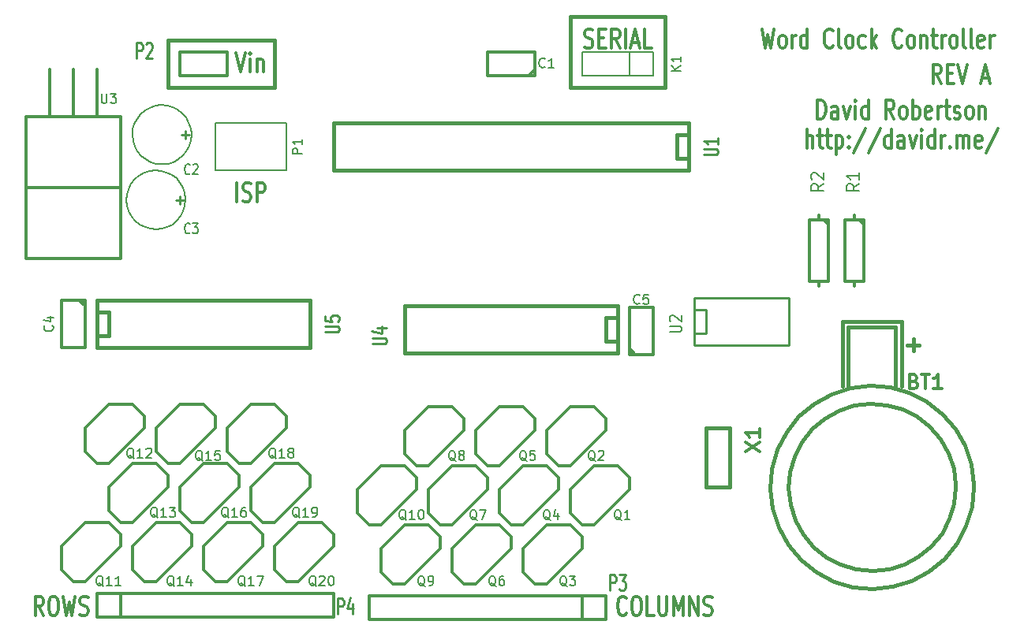
<source format=gto>
G04 (created by PCBNEW-RS274X (2011-05-25)-stable) date Tue 19 Jun 2012 07:01:23 BST*
G01*
G70*
G90*
%MOIN*%
G04 Gerber Fmt 3.4, Leading zero omitted, Abs format*
%FSLAX34Y34*%
G04 APERTURE LIST*
%ADD10C,0.006000*%
%ADD11C,0.012000*%
%ADD12C,0.015000*%
%ADD13C,0.008000*%
%ADD14C,0.010000*%
%ADD15C,0.005000*%
%ADD16C,0.010700*%
%ADD17C,0.011300*%
G04 APERTURE END LIST*
G54D10*
G54D11*
X46672Y-10324D02*
X46472Y-09943D01*
X46329Y-10324D02*
X46329Y-09524D01*
X46557Y-09524D01*
X46615Y-09562D01*
X46643Y-09600D01*
X46672Y-09676D01*
X46672Y-09790D01*
X46643Y-09867D01*
X46615Y-09905D01*
X46557Y-09943D01*
X46329Y-09943D01*
X46929Y-09905D02*
X47129Y-09905D01*
X47215Y-10324D02*
X46929Y-10324D01*
X46929Y-09524D01*
X47215Y-09524D01*
X47386Y-09524D02*
X47586Y-10324D01*
X47786Y-09524D01*
X48414Y-10095D02*
X48700Y-10095D01*
X48357Y-10324D02*
X48557Y-09524D01*
X48757Y-10324D01*
X41457Y-11824D02*
X41457Y-11024D01*
X41600Y-11024D01*
X41685Y-11062D01*
X41743Y-11138D01*
X41771Y-11214D01*
X41800Y-11367D01*
X41800Y-11481D01*
X41771Y-11633D01*
X41743Y-11710D01*
X41685Y-11786D01*
X41600Y-11824D01*
X41457Y-11824D01*
X42314Y-11824D02*
X42314Y-11405D01*
X42285Y-11329D01*
X42228Y-11290D01*
X42114Y-11290D01*
X42057Y-11329D01*
X42314Y-11786D02*
X42257Y-11824D01*
X42114Y-11824D01*
X42057Y-11786D01*
X42028Y-11710D01*
X42028Y-11633D01*
X42057Y-11557D01*
X42114Y-11519D01*
X42257Y-11519D01*
X42314Y-11481D01*
X42543Y-11290D02*
X42686Y-11824D01*
X42828Y-11290D01*
X43057Y-11824D02*
X43057Y-11290D01*
X43057Y-11024D02*
X43028Y-11062D01*
X43057Y-11100D01*
X43085Y-11062D01*
X43057Y-11024D01*
X43057Y-11100D01*
X43600Y-11824D02*
X43600Y-11024D01*
X43600Y-11786D02*
X43543Y-11824D01*
X43429Y-11824D01*
X43371Y-11786D01*
X43343Y-11748D01*
X43314Y-11671D01*
X43314Y-11443D01*
X43343Y-11367D01*
X43371Y-11329D01*
X43429Y-11290D01*
X43543Y-11290D01*
X43600Y-11329D01*
X44686Y-11824D02*
X44486Y-11443D01*
X44343Y-11824D02*
X44343Y-11024D01*
X44571Y-11024D01*
X44629Y-11062D01*
X44657Y-11100D01*
X44686Y-11176D01*
X44686Y-11290D01*
X44657Y-11367D01*
X44629Y-11405D01*
X44571Y-11443D01*
X44343Y-11443D01*
X45029Y-11824D02*
X44971Y-11786D01*
X44943Y-11748D01*
X44914Y-11671D01*
X44914Y-11443D01*
X44943Y-11367D01*
X44971Y-11329D01*
X45029Y-11290D01*
X45114Y-11290D01*
X45171Y-11329D01*
X45200Y-11367D01*
X45229Y-11443D01*
X45229Y-11671D01*
X45200Y-11748D01*
X45171Y-11786D01*
X45114Y-11824D01*
X45029Y-11824D01*
X45486Y-11824D02*
X45486Y-11024D01*
X45486Y-11329D02*
X45543Y-11290D01*
X45657Y-11290D01*
X45714Y-11329D01*
X45743Y-11367D01*
X45772Y-11443D01*
X45772Y-11671D01*
X45743Y-11748D01*
X45714Y-11786D01*
X45657Y-11824D01*
X45543Y-11824D01*
X45486Y-11786D01*
X46257Y-11786D02*
X46200Y-11824D01*
X46086Y-11824D01*
X46029Y-11786D01*
X46000Y-11710D01*
X46000Y-11405D01*
X46029Y-11329D01*
X46086Y-11290D01*
X46200Y-11290D01*
X46257Y-11329D01*
X46286Y-11405D01*
X46286Y-11481D01*
X46000Y-11557D01*
X46543Y-11824D02*
X46543Y-11290D01*
X46543Y-11443D02*
X46571Y-11367D01*
X46600Y-11329D01*
X46657Y-11290D01*
X46714Y-11290D01*
X46828Y-11290D02*
X47057Y-11290D01*
X46914Y-11024D02*
X46914Y-11710D01*
X46942Y-11786D01*
X47000Y-11824D01*
X47057Y-11824D01*
X47228Y-11786D02*
X47285Y-11824D01*
X47400Y-11824D01*
X47457Y-11786D01*
X47485Y-11710D01*
X47485Y-11671D01*
X47457Y-11595D01*
X47400Y-11557D01*
X47314Y-11557D01*
X47257Y-11519D01*
X47228Y-11443D01*
X47228Y-11405D01*
X47257Y-11329D01*
X47314Y-11290D01*
X47400Y-11290D01*
X47457Y-11329D01*
X47829Y-11824D02*
X47771Y-11786D01*
X47743Y-11748D01*
X47714Y-11671D01*
X47714Y-11443D01*
X47743Y-11367D01*
X47771Y-11329D01*
X47829Y-11290D01*
X47914Y-11290D01*
X47971Y-11329D01*
X48000Y-11367D01*
X48029Y-11443D01*
X48029Y-11671D01*
X48000Y-11748D01*
X47971Y-11786D01*
X47914Y-11824D01*
X47829Y-11824D01*
X48286Y-11290D02*
X48286Y-11824D01*
X48286Y-11367D02*
X48314Y-11329D01*
X48372Y-11290D01*
X48457Y-11290D01*
X48514Y-11329D01*
X48543Y-11405D01*
X48543Y-11824D01*
X40999Y-13064D02*
X40999Y-12264D01*
X41256Y-13064D02*
X41256Y-12645D01*
X41227Y-12569D01*
X41170Y-12530D01*
X41085Y-12530D01*
X41027Y-12569D01*
X40999Y-12607D01*
X41456Y-12530D02*
X41685Y-12530D01*
X41542Y-12264D02*
X41542Y-12950D01*
X41570Y-13026D01*
X41628Y-13064D01*
X41685Y-13064D01*
X41799Y-12530D02*
X42028Y-12530D01*
X41885Y-12264D02*
X41885Y-12950D01*
X41913Y-13026D01*
X41971Y-13064D01*
X42028Y-13064D01*
X42228Y-12530D02*
X42228Y-13330D01*
X42228Y-12569D02*
X42285Y-12530D01*
X42399Y-12530D01*
X42456Y-12569D01*
X42485Y-12607D01*
X42514Y-12683D01*
X42514Y-12911D01*
X42485Y-12988D01*
X42456Y-13026D01*
X42399Y-13064D01*
X42285Y-13064D01*
X42228Y-13026D01*
X42771Y-12988D02*
X42799Y-13026D01*
X42771Y-13064D01*
X42742Y-13026D01*
X42771Y-12988D01*
X42771Y-13064D01*
X42771Y-12569D02*
X42799Y-12607D01*
X42771Y-12645D01*
X42742Y-12607D01*
X42771Y-12569D01*
X42771Y-12645D01*
X43485Y-12226D02*
X42971Y-13254D01*
X44114Y-12226D02*
X43600Y-13254D01*
X44572Y-13064D02*
X44572Y-12264D01*
X44572Y-13026D02*
X44515Y-13064D01*
X44401Y-13064D01*
X44343Y-13026D01*
X44315Y-12988D01*
X44286Y-12911D01*
X44286Y-12683D01*
X44315Y-12607D01*
X44343Y-12569D01*
X44401Y-12530D01*
X44515Y-12530D01*
X44572Y-12569D01*
X45115Y-13064D02*
X45115Y-12645D01*
X45086Y-12569D01*
X45029Y-12530D01*
X44915Y-12530D01*
X44858Y-12569D01*
X45115Y-13026D02*
X45058Y-13064D01*
X44915Y-13064D01*
X44858Y-13026D01*
X44829Y-12950D01*
X44829Y-12873D01*
X44858Y-12797D01*
X44915Y-12759D01*
X45058Y-12759D01*
X45115Y-12721D01*
X45344Y-12530D02*
X45487Y-13064D01*
X45629Y-12530D01*
X45858Y-13064D02*
X45858Y-12530D01*
X45858Y-12264D02*
X45829Y-12302D01*
X45858Y-12340D01*
X45886Y-12302D01*
X45858Y-12264D01*
X45858Y-12340D01*
X46401Y-13064D02*
X46401Y-12264D01*
X46401Y-13026D02*
X46344Y-13064D01*
X46230Y-13064D01*
X46172Y-13026D01*
X46144Y-12988D01*
X46115Y-12911D01*
X46115Y-12683D01*
X46144Y-12607D01*
X46172Y-12569D01*
X46230Y-12530D01*
X46344Y-12530D01*
X46401Y-12569D01*
X46687Y-13064D02*
X46687Y-12530D01*
X46687Y-12683D02*
X46715Y-12607D01*
X46744Y-12569D01*
X46801Y-12530D01*
X46858Y-12530D01*
X47058Y-12988D02*
X47086Y-13026D01*
X47058Y-13064D01*
X47029Y-13026D01*
X47058Y-12988D01*
X47058Y-13064D01*
X47344Y-13064D02*
X47344Y-12530D01*
X47344Y-12607D02*
X47372Y-12569D01*
X47430Y-12530D01*
X47515Y-12530D01*
X47572Y-12569D01*
X47601Y-12645D01*
X47601Y-13064D01*
X47601Y-12645D02*
X47630Y-12569D01*
X47687Y-12530D01*
X47772Y-12530D01*
X47830Y-12569D01*
X47858Y-12645D01*
X47858Y-13064D01*
X48372Y-13026D02*
X48315Y-13064D01*
X48201Y-13064D01*
X48144Y-13026D01*
X48115Y-12950D01*
X48115Y-12645D01*
X48144Y-12569D01*
X48201Y-12530D01*
X48315Y-12530D01*
X48372Y-12569D01*
X48401Y-12645D01*
X48401Y-12721D01*
X48115Y-12797D01*
X49086Y-12226D02*
X48572Y-13254D01*
X39101Y-08024D02*
X39244Y-08824D01*
X39358Y-08252D01*
X39472Y-08824D01*
X39615Y-08024D01*
X39930Y-08824D02*
X39872Y-08786D01*
X39844Y-08748D01*
X39815Y-08671D01*
X39815Y-08443D01*
X39844Y-08367D01*
X39872Y-08329D01*
X39930Y-08290D01*
X40015Y-08290D01*
X40072Y-08329D01*
X40101Y-08367D01*
X40130Y-08443D01*
X40130Y-08671D01*
X40101Y-08748D01*
X40072Y-08786D01*
X40015Y-08824D01*
X39930Y-08824D01*
X40387Y-08824D02*
X40387Y-08290D01*
X40387Y-08443D02*
X40415Y-08367D01*
X40444Y-08329D01*
X40501Y-08290D01*
X40558Y-08290D01*
X41015Y-08824D02*
X41015Y-08024D01*
X41015Y-08786D02*
X40958Y-08824D01*
X40844Y-08824D01*
X40786Y-08786D01*
X40758Y-08748D01*
X40729Y-08671D01*
X40729Y-08443D01*
X40758Y-08367D01*
X40786Y-08329D01*
X40844Y-08290D01*
X40958Y-08290D01*
X41015Y-08329D01*
X42101Y-08748D02*
X42072Y-08786D01*
X41986Y-08824D01*
X41929Y-08824D01*
X41844Y-08786D01*
X41786Y-08710D01*
X41758Y-08633D01*
X41729Y-08481D01*
X41729Y-08367D01*
X41758Y-08214D01*
X41786Y-08138D01*
X41844Y-08062D01*
X41929Y-08024D01*
X41986Y-08024D01*
X42072Y-08062D01*
X42101Y-08100D01*
X42444Y-08824D02*
X42386Y-08786D01*
X42358Y-08710D01*
X42358Y-08024D01*
X42758Y-08824D02*
X42700Y-08786D01*
X42672Y-08748D01*
X42643Y-08671D01*
X42643Y-08443D01*
X42672Y-08367D01*
X42700Y-08329D01*
X42758Y-08290D01*
X42843Y-08290D01*
X42900Y-08329D01*
X42929Y-08367D01*
X42958Y-08443D01*
X42958Y-08671D01*
X42929Y-08748D01*
X42900Y-08786D01*
X42843Y-08824D01*
X42758Y-08824D01*
X43472Y-08786D02*
X43415Y-08824D01*
X43301Y-08824D01*
X43243Y-08786D01*
X43215Y-08748D01*
X43186Y-08671D01*
X43186Y-08443D01*
X43215Y-08367D01*
X43243Y-08329D01*
X43301Y-08290D01*
X43415Y-08290D01*
X43472Y-08329D01*
X43729Y-08824D02*
X43729Y-08024D01*
X43786Y-08519D02*
X43957Y-08824D01*
X43957Y-08290D02*
X43729Y-08595D01*
X45015Y-08748D02*
X44986Y-08786D01*
X44900Y-08824D01*
X44843Y-08824D01*
X44758Y-08786D01*
X44700Y-08710D01*
X44672Y-08633D01*
X44643Y-08481D01*
X44643Y-08367D01*
X44672Y-08214D01*
X44700Y-08138D01*
X44758Y-08062D01*
X44843Y-08024D01*
X44900Y-08024D01*
X44986Y-08062D01*
X45015Y-08100D01*
X45358Y-08824D02*
X45300Y-08786D01*
X45272Y-08748D01*
X45243Y-08671D01*
X45243Y-08443D01*
X45272Y-08367D01*
X45300Y-08329D01*
X45358Y-08290D01*
X45443Y-08290D01*
X45500Y-08329D01*
X45529Y-08367D01*
X45558Y-08443D01*
X45558Y-08671D01*
X45529Y-08748D01*
X45500Y-08786D01*
X45443Y-08824D01*
X45358Y-08824D01*
X45815Y-08290D02*
X45815Y-08824D01*
X45815Y-08367D02*
X45843Y-08329D01*
X45901Y-08290D01*
X45986Y-08290D01*
X46043Y-08329D01*
X46072Y-08405D01*
X46072Y-08824D01*
X46272Y-08290D02*
X46501Y-08290D01*
X46358Y-08024D02*
X46358Y-08710D01*
X46386Y-08786D01*
X46444Y-08824D01*
X46501Y-08824D01*
X46701Y-08824D02*
X46701Y-08290D01*
X46701Y-08443D02*
X46729Y-08367D01*
X46758Y-08329D01*
X46815Y-08290D01*
X46872Y-08290D01*
X47158Y-08824D02*
X47100Y-08786D01*
X47072Y-08748D01*
X47043Y-08671D01*
X47043Y-08443D01*
X47072Y-08367D01*
X47100Y-08329D01*
X47158Y-08290D01*
X47243Y-08290D01*
X47300Y-08329D01*
X47329Y-08367D01*
X47358Y-08443D01*
X47358Y-08671D01*
X47329Y-08748D01*
X47300Y-08786D01*
X47243Y-08824D01*
X47158Y-08824D01*
X47701Y-08824D02*
X47643Y-08786D01*
X47615Y-08710D01*
X47615Y-08024D01*
X48015Y-08824D02*
X47957Y-08786D01*
X47929Y-08710D01*
X47929Y-08024D01*
X48471Y-08786D02*
X48414Y-08824D01*
X48300Y-08824D01*
X48243Y-08786D01*
X48214Y-08710D01*
X48214Y-08405D01*
X48243Y-08329D01*
X48300Y-08290D01*
X48414Y-08290D01*
X48471Y-08329D01*
X48500Y-08405D01*
X48500Y-08481D01*
X48214Y-08557D01*
X48757Y-08824D02*
X48757Y-08290D01*
X48757Y-08443D02*
X48785Y-08367D01*
X48814Y-08329D01*
X48871Y-08290D01*
X48928Y-08290D01*
G54D12*
X35000Y-07500D02*
X35000Y-08000D01*
X31000Y-07500D02*
X35000Y-07500D01*
X31000Y-08000D02*
X31000Y-07500D01*
G54D11*
X31614Y-08786D02*
X31700Y-08824D01*
X31843Y-08824D01*
X31900Y-08786D01*
X31929Y-08748D01*
X31957Y-08671D01*
X31957Y-08595D01*
X31929Y-08519D01*
X31900Y-08481D01*
X31843Y-08443D01*
X31729Y-08405D01*
X31671Y-08367D01*
X31643Y-08329D01*
X31614Y-08252D01*
X31614Y-08176D01*
X31643Y-08100D01*
X31671Y-08062D01*
X31729Y-08024D01*
X31871Y-08024D01*
X31957Y-08062D01*
X32214Y-08405D02*
X32414Y-08405D01*
X32500Y-08824D02*
X32214Y-08824D01*
X32214Y-08024D01*
X32500Y-08024D01*
X33100Y-08824D02*
X32900Y-08443D01*
X32757Y-08824D02*
X32757Y-08024D01*
X32985Y-08024D01*
X33043Y-08062D01*
X33071Y-08100D01*
X33100Y-08176D01*
X33100Y-08290D01*
X33071Y-08367D01*
X33043Y-08405D01*
X32985Y-08443D01*
X32757Y-08443D01*
X33357Y-08824D02*
X33357Y-08024D01*
X33614Y-08595D02*
X33900Y-08595D01*
X33557Y-08824D02*
X33757Y-08024D01*
X33957Y-08824D01*
X34443Y-08824D02*
X34157Y-08824D01*
X34157Y-08024D01*
X16915Y-15324D02*
X16915Y-14524D01*
X17172Y-15286D02*
X17258Y-15324D01*
X17401Y-15324D01*
X17458Y-15286D01*
X17487Y-15248D01*
X17515Y-15171D01*
X17515Y-15095D01*
X17487Y-15019D01*
X17458Y-14981D01*
X17401Y-14943D01*
X17287Y-14905D01*
X17229Y-14867D01*
X17201Y-14829D01*
X17172Y-14752D01*
X17172Y-14676D01*
X17201Y-14600D01*
X17229Y-14562D01*
X17287Y-14524D01*
X17429Y-14524D01*
X17515Y-14562D01*
X17772Y-15324D02*
X17772Y-14524D01*
X18000Y-14524D01*
X18058Y-14562D01*
X18086Y-14600D01*
X18115Y-14676D01*
X18115Y-14790D01*
X18086Y-14867D01*
X18058Y-14905D01*
X18000Y-14943D01*
X17772Y-14943D01*
X33371Y-32748D02*
X33342Y-32786D01*
X33256Y-32824D01*
X33199Y-32824D01*
X33114Y-32786D01*
X33056Y-32710D01*
X33028Y-32633D01*
X32999Y-32481D01*
X32999Y-32367D01*
X33028Y-32214D01*
X33056Y-32138D01*
X33114Y-32062D01*
X33199Y-32024D01*
X33256Y-32024D01*
X33342Y-32062D01*
X33371Y-32100D01*
X33742Y-32024D02*
X33856Y-32024D01*
X33914Y-32062D01*
X33971Y-32138D01*
X33999Y-32290D01*
X33999Y-32557D01*
X33971Y-32710D01*
X33914Y-32786D01*
X33856Y-32824D01*
X33742Y-32824D01*
X33685Y-32786D01*
X33628Y-32710D01*
X33599Y-32557D01*
X33599Y-32290D01*
X33628Y-32138D01*
X33685Y-32062D01*
X33742Y-32024D01*
X34543Y-32824D02*
X34257Y-32824D01*
X34257Y-32024D01*
X34743Y-32024D02*
X34743Y-32671D01*
X34771Y-32748D01*
X34800Y-32786D01*
X34857Y-32824D01*
X34971Y-32824D01*
X35029Y-32786D01*
X35057Y-32748D01*
X35086Y-32671D01*
X35086Y-32024D01*
X35372Y-32824D02*
X35372Y-32024D01*
X35572Y-32595D01*
X35772Y-32024D01*
X35772Y-32824D01*
X36058Y-32824D02*
X36058Y-32024D01*
X36401Y-32824D01*
X36401Y-32024D01*
X36658Y-32786D02*
X36744Y-32824D01*
X36887Y-32824D01*
X36944Y-32786D01*
X36973Y-32748D01*
X37001Y-32671D01*
X37001Y-32595D01*
X36973Y-32519D01*
X36944Y-32481D01*
X36887Y-32443D01*
X36773Y-32405D01*
X36715Y-32367D01*
X36687Y-32329D01*
X36658Y-32252D01*
X36658Y-32176D01*
X36687Y-32100D01*
X36715Y-32062D01*
X36773Y-32024D01*
X36915Y-32024D01*
X37001Y-32062D01*
X08743Y-32824D02*
X08543Y-32443D01*
X08400Y-32824D02*
X08400Y-32024D01*
X08628Y-32024D01*
X08686Y-32062D01*
X08714Y-32100D01*
X08743Y-32176D01*
X08743Y-32290D01*
X08714Y-32367D01*
X08686Y-32405D01*
X08628Y-32443D01*
X08400Y-32443D01*
X09114Y-32024D02*
X09228Y-32024D01*
X09286Y-32062D01*
X09343Y-32138D01*
X09371Y-32290D01*
X09371Y-32557D01*
X09343Y-32710D01*
X09286Y-32786D01*
X09228Y-32824D01*
X09114Y-32824D01*
X09057Y-32786D01*
X09000Y-32710D01*
X08971Y-32557D01*
X08971Y-32290D01*
X09000Y-32138D01*
X09057Y-32062D01*
X09114Y-32024D01*
X09572Y-32024D02*
X09715Y-32824D01*
X09829Y-32252D01*
X09943Y-32824D01*
X10086Y-32024D01*
X10286Y-32786D02*
X10372Y-32824D01*
X10515Y-32824D01*
X10572Y-32786D01*
X10601Y-32748D01*
X10629Y-32671D01*
X10629Y-32595D01*
X10601Y-32519D01*
X10572Y-32481D01*
X10515Y-32443D01*
X10401Y-32405D01*
X10343Y-32367D01*
X10315Y-32329D01*
X10286Y-32252D01*
X10286Y-32176D01*
X10315Y-32100D01*
X10343Y-32062D01*
X10401Y-32024D01*
X10543Y-32024D01*
X10629Y-32062D01*
G54D12*
X35000Y-10500D02*
X35000Y-08000D01*
X31000Y-10500D02*
X35000Y-10500D01*
X31000Y-08000D02*
X31000Y-10500D01*
X18500Y-08500D02*
X14000Y-08500D01*
X18500Y-10500D02*
X18500Y-08500D01*
X14000Y-10500D02*
X18500Y-10500D01*
X14000Y-08500D02*
X14000Y-10500D01*
G54D11*
X16886Y-09024D02*
X17086Y-09824D01*
X17286Y-09024D01*
X17486Y-09824D02*
X17486Y-09290D01*
X17486Y-09024D02*
X17457Y-09062D01*
X17486Y-09100D01*
X17514Y-09062D01*
X17486Y-09024D01*
X17486Y-09100D01*
X17772Y-09290D02*
X17772Y-09824D01*
X17772Y-09367D02*
X17800Y-09329D01*
X17858Y-09290D01*
X17943Y-09290D01*
X18000Y-09329D01*
X18029Y-09405D01*
X18029Y-09824D01*
X24000Y-31500D02*
X25500Y-30000D01*
X25500Y-30000D02*
X25500Y-29500D01*
X25500Y-29500D02*
X25000Y-29000D01*
X25000Y-29000D02*
X24000Y-29000D01*
X24000Y-29000D02*
X23000Y-30000D01*
X23000Y-30000D02*
X23000Y-31000D01*
X23000Y-31000D02*
X23500Y-31500D01*
X23500Y-31500D02*
X24000Y-31500D01*
X14500Y-26400D02*
X16000Y-24900D01*
X16000Y-24900D02*
X16000Y-24400D01*
X16000Y-24400D02*
X15500Y-23900D01*
X15500Y-23900D02*
X14500Y-23900D01*
X14500Y-23900D02*
X13500Y-24900D01*
X13500Y-24900D02*
X13500Y-25900D01*
X13500Y-25900D02*
X14000Y-26400D01*
X14000Y-26400D02*
X14500Y-26400D01*
X15500Y-28900D02*
X17000Y-27400D01*
X17000Y-27400D02*
X17000Y-26900D01*
X17000Y-26900D02*
X16500Y-26400D01*
X16500Y-26400D02*
X15500Y-26400D01*
X15500Y-26400D02*
X14500Y-27400D01*
X14500Y-27400D02*
X14500Y-28400D01*
X14500Y-28400D02*
X15000Y-28900D01*
X15000Y-28900D02*
X15500Y-28900D01*
X19500Y-31400D02*
X21000Y-29900D01*
X21000Y-29900D02*
X21000Y-29400D01*
X21000Y-29400D02*
X20500Y-28900D01*
X20500Y-28900D02*
X19500Y-28900D01*
X19500Y-28900D02*
X18500Y-29900D01*
X18500Y-29900D02*
X18500Y-30900D01*
X18500Y-30900D02*
X19000Y-31400D01*
X19000Y-31400D02*
X19500Y-31400D01*
X18500Y-28900D02*
X20000Y-27400D01*
X20000Y-27400D02*
X20000Y-26900D01*
X20000Y-26900D02*
X19500Y-26400D01*
X19500Y-26400D02*
X18500Y-26400D01*
X18500Y-26400D02*
X17500Y-27400D01*
X17500Y-27400D02*
X17500Y-28400D01*
X17500Y-28400D02*
X18000Y-28900D01*
X18000Y-28900D02*
X18500Y-28900D01*
X17500Y-26400D02*
X19000Y-24900D01*
X19000Y-24900D02*
X19000Y-24400D01*
X19000Y-24400D02*
X18500Y-23900D01*
X18500Y-23900D02*
X17500Y-23900D01*
X17500Y-23900D02*
X16500Y-24900D01*
X16500Y-24900D02*
X16500Y-25900D01*
X16500Y-25900D02*
X17000Y-26400D01*
X17000Y-26400D02*
X17500Y-26400D01*
X16500Y-31400D02*
X18000Y-29900D01*
X18000Y-29900D02*
X18000Y-29400D01*
X18000Y-29400D02*
X17500Y-28900D01*
X17500Y-28900D02*
X16500Y-28900D01*
X16500Y-28900D02*
X15500Y-29900D01*
X15500Y-29900D02*
X15500Y-30900D01*
X15500Y-30900D02*
X16000Y-31400D01*
X16000Y-31400D02*
X16500Y-31400D01*
X26000Y-29000D02*
X27500Y-27500D01*
X27500Y-27500D02*
X27500Y-27000D01*
X27500Y-27000D02*
X27000Y-26500D01*
X27000Y-26500D02*
X26000Y-26500D01*
X26000Y-26500D02*
X25000Y-27500D01*
X25000Y-27500D02*
X25000Y-28500D01*
X25000Y-28500D02*
X25500Y-29000D01*
X25500Y-29000D02*
X26000Y-29000D01*
X25000Y-26500D02*
X26500Y-25000D01*
X26500Y-25000D02*
X26500Y-24500D01*
X26500Y-24500D02*
X26000Y-24000D01*
X26000Y-24000D02*
X25000Y-24000D01*
X25000Y-24000D02*
X24000Y-25000D01*
X24000Y-25000D02*
X24000Y-26000D01*
X24000Y-26000D02*
X24500Y-26500D01*
X24500Y-26500D02*
X25000Y-26500D01*
X13500Y-31400D02*
X15000Y-29900D01*
X15000Y-29900D02*
X15000Y-29400D01*
X15000Y-29400D02*
X14500Y-28900D01*
X14500Y-28900D02*
X13500Y-28900D01*
X13500Y-28900D02*
X12500Y-29900D01*
X12500Y-29900D02*
X12500Y-30900D01*
X12500Y-30900D02*
X13000Y-31400D01*
X13000Y-31400D02*
X13500Y-31400D01*
X23000Y-29000D02*
X24500Y-27500D01*
X24500Y-27500D02*
X24500Y-27000D01*
X24500Y-27000D02*
X24000Y-26500D01*
X24000Y-26500D02*
X23000Y-26500D01*
X23000Y-26500D02*
X22000Y-27500D01*
X22000Y-27500D02*
X22000Y-28500D01*
X22000Y-28500D02*
X22500Y-29000D01*
X22500Y-29000D02*
X23000Y-29000D01*
X27000Y-31500D02*
X28500Y-30000D01*
X28500Y-30000D02*
X28500Y-29500D01*
X28500Y-29500D02*
X28000Y-29000D01*
X28000Y-29000D02*
X27000Y-29000D01*
X27000Y-29000D02*
X26000Y-30000D01*
X26000Y-30000D02*
X26000Y-31000D01*
X26000Y-31000D02*
X26500Y-31500D01*
X26500Y-31500D02*
X27000Y-31500D01*
X28000Y-26500D02*
X29500Y-25000D01*
X29500Y-25000D02*
X29500Y-24500D01*
X29500Y-24500D02*
X29000Y-24000D01*
X29000Y-24000D02*
X28000Y-24000D01*
X28000Y-24000D02*
X27000Y-25000D01*
X27000Y-25000D02*
X27000Y-26000D01*
X27000Y-26000D02*
X27500Y-26500D01*
X27500Y-26500D02*
X28000Y-26500D01*
X29000Y-29000D02*
X30500Y-27500D01*
X30500Y-27500D02*
X30500Y-27000D01*
X30500Y-27000D02*
X30000Y-26500D01*
X30000Y-26500D02*
X29000Y-26500D01*
X29000Y-26500D02*
X28000Y-27500D01*
X28000Y-27500D02*
X28000Y-28500D01*
X28000Y-28500D02*
X28500Y-29000D01*
X28500Y-29000D02*
X29000Y-29000D01*
X30000Y-31500D02*
X31500Y-30000D01*
X31500Y-30000D02*
X31500Y-29500D01*
X31500Y-29500D02*
X31000Y-29000D01*
X31000Y-29000D02*
X30000Y-29000D01*
X30000Y-29000D02*
X29000Y-30000D01*
X29000Y-30000D02*
X29000Y-31000D01*
X29000Y-31000D02*
X29500Y-31500D01*
X29500Y-31500D02*
X30000Y-31500D01*
X31000Y-26500D02*
X32500Y-25000D01*
X32500Y-25000D02*
X32500Y-24500D01*
X32500Y-24500D02*
X32000Y-24000D01*
X32000Y-24000D02*
X31000Y-24000D01*
X31000Y-24000D02*
X30000Y-25000D01*
X30000Y-25000D02*
X30000Y-26000D01*
X30000Y-26000D02*
X30500Y-26500D01*
X30500Y-26500D02*
X31000Y-26500D01*
X32000Y-29000D02*
X33500Y-27500D01*
X33500Y-27500D02*
X33500Y-27000D01*
X33500Y-27000D02*
X33000Y-26500D01*
X33000Y-26500D02*
X32000Y-26500D01*
X32000Y-26500D02*
X31000Y-27500D01*
X31000Y-27500D02*
X31000Y-28500D01*
X31000Y-28500D02*
X31500Y-29000D01*
X31500Y-29000D02*
X32000Y-29000D01*
X11500Y-26400D02*
X13000Y-24900D01*
X13000Y-24900D02*
X13000Y-24400D01*
X13000Y-24400D02*
X12500Y-23900D01*
X12500Y-23900D02*
X11500Y-23900D01*
X11500Y-23900D02*
X10500Y-24900D01*
X10500Y-24900D02*
X10500Y-25900D01*
X10500Y-25900D02*
X11000Y-26400D01*
X11000Y-26400D02*
X11500Y-26400D01*
X10500Y-31400D02*
X12000Y-29900D01*
X12000Y-29900D02*
X12000Y-29400D01*
X12000Y-29400D02*
X11500Y-28900D01*
X11500Y-28900D02*
X10500Y-28900D01*
X10500Y-28900D02*
X09500Y-29900D01*
X09500Y-29900D02*
X09500Y-30900D01*
X09500Y-30900D02*
X10000Y-31400D01*
X10000Y-31400D02*
X10500Y-31400D01*
X12500Y-28900D02*
X14000Y-27400D01*
X14000Y-27400D02*
X14000Y-26900D01*
X14000Y-26900D02*
X13500Y-26400D01*
X13500Y-26400D02*
X12500Y-26400D01*
X12500Y-26400D02*
X11500Y-27400D01*
X11500Y-27400D02*
X11500Y-28400D01*
X11500Y-28400D02*
X12000Y-28900D01*
X12000Y-28900D02*
X12500Y-28900D01*
X11000Y-32900D02*
X11000Y-31900D01*
X11000Y-31900D02*
X21000Y-31900D01*
X21000Y-31900D02*
X21000Y-32900D01*
X21000Y-32900D02*
X11000Y-32900D01*
X12000Y-32900D02*
X12000Y-31900D01*
X32500Y-32000D02*
X32500Y-33000D01*
X32500Y-33000D02*
X22500Y-33000D01*
X22500Y-33000D02*
X22500Y-32000D01*
X22500Y-32000D02*
X32500Y-32000D01*
X31500Y-32000D02*
X31500Y-33000D01*
G54D12*
X37750Y-24900D02*
X36750Y-24900D01*
X36750Y-24900D02*
X36750Y-27400D01*
X36750Y-27400D02*
X37750Y-27400D01*
X37750Y-27400D02*
X37750Y-24900D01*
G54D13*
X16000Y-12000D02*
X19000Y-12000D01*
X19000Y-14000D02*
X16000Y-14000D01*
X16000Y-14000D02*
X16000Y-12000D01*
X19000Y-12000D02*
X19000Y-14000D01*
G54D10*
X34500Y-09000D02*
X34500Y-10000D01*
X34500Y-10000D02*
X31500Y-10000D01*
X31500Y-10000D02*
X31500Y-09000D01*
X31500Y-09000D02*
X34500Y-09000D01*
X33500Y-10000D02*
X33500Y-09000D01*
G54D14*
X36250Y-19900D02*
X36750Y-19900D01*
X36750Y-19900D02*
X36750Y-20900D01*
X36750Y-20900D02*
X36250Y-20900D01*
X36250Y-19400D02*
X40250Y-19400D01*
X40250Y-19400D02*
X40250Y-21400D01*
X40250Y-21400D02*
X36250Y-21400D01*
X36250Y-21400D02*
X36250Y-19400D01*
G54D12*
X36000Y-14000D02*
X21000Y-14000D01*
X21000Y-14000D02*
X21000Y-12000D01*
X21000Y-12000D02*
X36000Y-12000D01*
X36000Y-12000D02*
X36000Y-14000D01*
X36000Y-13500D02*
X35500Y-13500D01*
X35500Y-13500D02*
X35500Y-12500D01*
X35500Y-12500D02*
X36000Y-12500D01*
X33000Y-21250D02*
X33000Y-21250D01*
X33000Y-21250D02*
X32500Y-21250D01*
X32500Y-21250D02*
X32500Y-20250D01*
X32500Y-20250D02*
X33000Y-20250D01*
X33000Y-21750D02*
X24000Y-21750D01*
X24000Y-21750D02*
X24000Y-19750D01*
X24000Y-19750D02*
X33000Y-19750D01*
X33000Y-19750D02*
X33000Y-21750D01*
X11000Y-20000D02*
X11000Y-20000D01*
X11000Y-20000D02*
X11500Y-20000D01*
X11500Y-20000D02*
X11500Y-21000D01*
X11500Y-21000D02*
X11000Y-21000D01*
X11000Y-19500D02*
X20000Y-19500D01*
X20000Y-19500D02*
X20000Y-21500D01*
X20000Y-21500D02*
X11000Y-21500D01*
X11000Y-21500D02*
X11000Y-19500D01*
X45250Y-21400D02*
X45750Y-21400D01*
X45500Y-21650D02*
X45500Y-21150D01*
X42750Y-23150D02*
X42750Y-20650D01*
X42750Y-20650D02*
X44750Y-20650D01*
X44750Y-20650D02*
X44750Y-23150D01*
X42500Y-20650D02*
X42500Y-20400D01*
X42500Y-20400D02*
X45000Y-20400D01*
X45000Y-20400D02*
X45000Y-20650D01*
X42500Y-21150D02*
X42500Y-20650D01*
X45000Y-20650D02*
X45000Y-23150D01*
X42500Y-23150D02*
X42500Y-21150D01*
X47285Y-27400D02*
X47217Y-28086D01*
X47018Y-28747D01*
X46694Y-29356D01*
X46258Y-29890D01*
X45726Y-30330D01*
X45119Y-30658D01*
X44460Y-30862D01*
X43774Y-30934D01*
X43088Y-30872D01*
X42426Y-30677D01*
X41815Y-30357D01*
X41277Y-29925D01*
X40834Y-29397D01*
X40501Y-28792D01*
X40293Y-28134D01*
X40216Y-27449D01*
X40274Y-26762D01*
X40464Y-26099D01*
X40779Y-25486D01*
X41208Y-24945D01*
X41733Y-24498D01*
X42335Y-24161D01*
X42991Y-23948D01*
X43676Y-23866D01*
X44363Y-23919D01*
X45028Y-24105D01*
X45644Y-24416D01*
X46187Y-24841D01*
X46638Y-25363D01*
X46979Y-25963D01*
X47197Y-26617D01*
X47283Y-27302D01*
X47285Y-27400D01*
X48051Y-27400D02*
X47969Y-28235D01*
X47726Y-29038D01*
X47332Y-29780D01*
X46801Y-30430D01*
X46155Y-30965D01*
X45416Y-31364D01*
X44614Y-31613D01*
X43780Y-31700D01*
X42945Y-31624D01*
X42139Y-31387D01*
X41395Y-30998D01*
X40741Y-30472D01*
X40202Y-29829D01*
X39797Y-29094D01*
X39543Y-28294D01*
X39450Y-27460D01*
X39520Y-26624D01*
X39752Y-25817D01*
X40135Y-25071D01*
X40657Y-24413D01*
X41296Y-23869D01*
X42029Y-23459D01*
X42827Y-23200D01*
X43660Y-23100D01*
X44496Y-23165D01*
X45305Y-23391D01*
X46054Y-23769D01*
X46716Y-24286D01*
X47264Y-24921D01*
X47679Y-25651D01*
X47944Y-26448D01*
X48049Y-27280D01*
X48051Y-27400D01*
G54D15*
X15000Y-12500D02*
X14976Y-12742D01*
X14905Y-12976D01*
X14791Y-13191D01*
X14636Y-13380D01*
X14448Y-13536D01*
X14234Y-13652D01*
X14001Y-13724D01*
X13758Y-13749D01*
X13516Y-13727D01*
X13282Y-13658D01*
X13066Y-13545D01*
X12876Y-13393D01*
X12719Y-13206D01*
X12602Y-12992D01*
X12528Y-12759D01*
X12501Y-12517D01*
X12521Y-12275D01*
X12588Y-12040D01*
X12700Y-11823D01*
X12851Y-11632D01*
X13037Y-11474D01*
X13250Y-11355D01*
X13482Y-11280D01*
X13724Y-11251D01*
X13967Y-11269D01*
X14202Y-11335D01*
X14419Y-11445D01*
X14612Y-11595D01*
X14771Y-11780D01*
X14891Y-11992D01*
X14968Y-12224D01*
X14999Y-12466D01*
X15000Y-12500D01*
X14750Y-15250D02*
X14726Y-15492D01*
X14655Y-15726D01*
X14541Y-15941D01*
X14386Y-16130D01*
X14198Y-16286D01*
X13984Y-16402D01*
X13751Y-16474D01*
X13508Y-16499D01*
X13266Y-16477D01*
X13032Y-16408D01*
X12816Y-16295D01*
X12626Y-16143D01*
X12469Y-15956D01*
X12352Y-15742D01*
X12278Y-15509D01*
X12251Y-15267D01*
X12271Y-15025D01*
X12338Y-14790D01*
X12450Y-14573D01*
X12601Y-14382D01*
X12787Y-14224D01*
X13000Y-14105D01*
X13232Y-14030D01*
X13474Y-14001D01*
X13717Y-14019D01*
X13952Y-14085D01*
X14169Y-14195D01*
X14362Y-14345D01*
X14521Y-14530D01*
X14641Y-14742D01*
X14718Y-14974D01*
X14749Y-15216D01*
X14750Y-15250D01*
G54D11*
X29480Y-10000D02*
X27500Y-10000D01*
X27500Y-10000D02*
X27500Y-09000D01*
X27500Y-09000D02*
X29500Y-09000D01*
X29500Y-09000D02*
X29500Y-10000D01*
X29500Y-09750D02*
X29250Y-10000D01*
X33500Y-21780D02*
X33500Y-19800D01*
X33500Y-19800D02*
X34500Y-19800D01*
X34500Y-19800D02*
X34500Y-21800D01*
X34500Y-21800D02*
X33500Y-21800D01*
X33750Y-21800D02*
X33500Y-21550D01*
X10500Y-19520D02*
X10500Y-21500D01*
X10500Y-21500D02*
X09500Y-21500D01*
X09500Y-21500D02*
X09500Y-19500D01*
X09500Y-19500D02*
X10500Y-19500D01*
X10250Y-19500D02*
X10500Y-19750D01*
X43000Y-15900D02*
X43000Y-16100D01*
X43000Y-18900D02*
X43000Y-18700D01*
X43000Y-18700D02*
X43400Y-18700D01*
X43400Y-18700D02*
X43400Y-16100D01*
X43400Y-16100D02*
X42600Y-16100D01*
X42600Y-16100D02*
X42600Y-18700D01*
X42600Y-18700D02*
X43000Y-18700D01*
X43200Y-16100D02*
X43400Y-16300D01*
X41500Y-15900D02*
X41500Y-16100D01*
X41500Y-18900D02*
X41500Y-18700D01*
X41500Y-18700D02*
X41900Y-18700D01*
X41900Y-18700D02*
X41900Y-16100D01*
X41900Y-16100D02*
X41100Y-16100D01*
X41100Y-16100D02*
X41100Y-18700D01*
X41100Y-18700D02*
X41500Y-18700D01*
X41700Y-16100D02*
X41900Y-16300D01*
X11000Y-09750D02*
X11000Y-11750D01*
X10000Y-09750D02*
X10000Y-11750D01*
X09000Y-09750D02*
X09000Y-11750D01*
X08000Y-11750D02*
X08000Y-17750D01*
X08000Y-17750D02*
X12000Y-17750D01*
X12000Y-17750D02*
X12000Y-11750D01*
X12000Y-11750D02*
X08000Y-11750D01*
X08500Y-14750D02*
X12000Y-14750D01*
X08500Y-14750D02*
X08000Y-14750D01*
X16500Y-09000D02*
X16500Y-10000D01*
X16500Y-10000D02*
X14500Y-10000D01*
X14500Y-10000D02*
X14500Y-09000D01*
X14500Y-09000D02*
X16500Y-09000D01*
G54D13*
X24862Y-31600D02*
X24824Y-31581D01*
X24786Y-31543D01*
X24729Y-31486D01*
X24690Y-31467D01*
X24652Y-31467D01*
X24671Y-31562D02*
X24633Y-31543D01*
X24595Y-31505D01*
X24576Y-31429D01*
X24576Y-31295D01*
X24595Y-31219D01*
X24633Y-31181D01*
X24671Y-31162D01*
X24748Y-31162D01*
X24786Y-31181D01*
X24824Y-31219D01*
X24843Y-31295D01*
X24843Y-31429D01*
X24824Y-31505D01*
X24786Y-31543D01*
X24748Y-31562D01*
X24671Y-31562D01*
X25033Y-31562D02*
X25109Y-31562D01*
X25148Y-31543D01*
X25167Y-31524D01*
X25205Y-31467D01*
X25224Y-31390D01*
X25224Y-31238D01*
X25205Y-31200D01*
X25186Y-31181D01*
X25148Y-31162D01*
X25071Y-31162D01*
X25033Y-31181D01*
X25014Y-31200D01*
X24995Y-31238D01*
X24995Y-31333D01*
X25014Y-31371D01*
X25033Y-31390D01*
X25071Y-31410D01*
X25148Y-31410D01*
X25186Y-31390D01*
X25205Y-31371D01*
X25224Y-31333D01*
X15472Y-26300D02*
X15434Y-26281D01*
X15396Y-26243D01*
X15339Y-26186D01*
X15300Y-26167D01*
X15262Y-26167D01*
X15281Y-26262D02*
X15243Y-26243D01*
X15205Y-26205D01*
X15186Y-26129D01*
X15186Y-25995D01*
X15205Y-25919D01*
X15243Y-25881D01*
X15281Y-25862D01*
X15358Y-25862D01*
X15396Y-25881D01*
X15434Y-25919D01*
X15453Y-25995D01*
X15453Y-26129D01*
X15434Y-26205D01*
X15396Y-26243D01*
X15358Y-26262D01*
X15281Y-26262D01*
X15834Y-26262D02*
X15605Y-26262D01*
X15719Y-26262D02*
X15719Y-25862D01*
X15681Y-25919D01*
X15643Y-25957D01*
X15605Y-25976D01*
X16196Y-25862D02*
X16005Y-25862D01*
X15986Y-26052D01*
X16005Y-26033D01*
X16043Y-26014D01*
X16139Y-26014D01*
X16177Y-26033D01*
X16196Y-26052D01*
X16215Y-26090D01*
X16215Y-26186D01*
X16196Y-26224D01*
X16177Y-26243D01*
X16139Y-26262D01*
X16043Y-26262D01*
X16005Y-26243D01*
X15986Y-26224D01*
X16572Y-28700D02*
X16534Y-28681D01*
X16496Y-28643D01*
X16439Y-28586D01*
X16400Y-28567D01*
X16362Y-28567D01*
X16381Y-28662D02*
X16343Y-28643D01*
X16305Y-28605D01*
X16286Y-28529D01*
X16286Y-28395D01*
X16305Y-28319D01*
X16343Y-28281D01*
X16381Y-28262D01*
X16458Y-28262D01*
X16496Y-28281D01*
X16534Y-28319D01*
X16553Y-28395D01*
X16553Y-28529D01*
X16534Y-28605D01*
X16496Y-28643D01*
X16458Y-28662D01*
X16381Y-28662D01*
X16934Y-28662D02*
X16705Y-28662D01*
X16819Y-28662D02*
X16819Y-28262D01*
X16781Y-28319D01*
X16743Y-28357D01*
X16705Y-28376D01*
X17277Y-28262D02*
X17200Y-28262D01*
X17162Y-28281D01*
X17143Y-28300D01*
X17105Y-28357D01*
X17086Y-28433D01*
X17086Y-28586D01*
X17105Y-28624D01*
X17124Y-28643D01*
X17162Y-28662D01*
X17239Y-28662D01*
X17277Y-28643D01*
X17296Y-28624D01*
X17315Y-28586D01*
X17315Y-28490D01*
X17296Y-28452D01*
X17277Y-28433D01*
X17239Y-28414D01*
X17162Y-28414D01*
X17124Y-28433D01*
X17105Y-28452D01*
X17086Y-28490D01*
X20272Y-31600D02*
X20234Y-31581D01*
X20196Y-31543D01*
X20139Y-31486D01*
X20100Y-31467D01*
X20062Y-31467D01*
X20081Y-31562D02*
X20043Y-31543D01*
X20005Y-31505D01*
X19986Y-31429D01*
X19986Y-31295D01*
X20005Y-31219D01*
X20043Y-31181D01*
X20081Y-31162D01*
X20158Y-31162D01*
X20196Y-31181D01*
X20234Y-31219D01*
X20253Y-31295D01*
X20253Y-31429D01*
X20234Y-31505D01*
X20196Y-31543D01*
X20158Y-31562D01*
X20081Y-31562D01*
X20405Y-31200D02*
X20424Y-31181D01*
X20462Y-31162D01*
X20558Y-31162D01*
X20596Y-31181D01*
X20615Y-31200D01*
X20634Y-31238D01*
X20634Y-31276D01*
X20615Y-31333D01*
X20386Y-31562D01*
X20634Y-31562D01*
X20881Y-31162D02*
X20920Y-31162D01*
X20958Y-31181D01*
X20977Y-31200D01*
X20996Y-31238D01*
X21015Y-31314D01*
X21015Y-31410D01*
X20996Y-31486D01*
X20977Y-31524D01*
X20958Y-31543D01*
X20920Y-31562D01*
X20881Y-31562D01*
X20843Y-31543D01*
X20824Y-31524D01*
X20805Y-31486D01*
X20786Y-31410D01*
X20786Y-31314D01*
X20805Y-31238D01*
X20824Y-31200D01*
X20843Y-31181D01*
X20881Y-31162D01*
X19572Y-28700D02*
X19534Y-28681D01*
X19496Y-28643D01*
X19439Y-28586D01*
X19400Y-28567D01*
X19362Y-28567D01*
X19381Y-28662D02*
X19343Y-28643D01*
X19305Y-28605D01*
X19286Y-28529D01*
X19286Y-28395D01*
X19305Y-28319D01*
X19343Y-28281D01*
X19381Y-28262D01*
X19458Y-28262D01*
X19496Y-28281D01*
X19534Y-28319D01*
X19553Y-28395D01*
X19553Y-28529D01*
X19534Y-28605D01*
X19496Y-28643D01*
X19458Y-28662D01*
X19381Y-28662D01*
X19934Y-28662D02*
X19705Y-28662D01*
X19819Y-28662D02*
X19819Y-28262D01*
X19781Y-28319D01*
X19743Y-28357D01*
X19705Y-28376D01*
X20124Y-28662D02*
X20200Y-28662D01*
X20239Y-28643D01*
X20258Y-28624D01*
X20296Y-28567D01*
X20315Y-28490D01*
X20315Y-28338D01*
X20296Y-28300D01*
X20277Y-28281D01*
X20239Y-28262D01*
X20162Y-28262D01*
X20124Y-28281D01*
X20105Y-28300D01*
X20086Y-28338D01*
X20086Y-28433D01*
X20105Y-28471D01*
X20124Y-28490D01*
X20162Y-28510D01*
X20239Y-28510D01*
X20277Y-28490D01*
X20296Y-28471D01*
X20315Y-28433D01*
X18572Y-26200D02*
X18534Y-26181D01*
X18496Y-26143D01*
X18439Y-26086D01*
X18400Y-26067D01*
X18362Y-26067D01*
X18381Y-26162D02*
X18343Y-26143D01*
X18305Y-26105D01*
X18286Y-26029D01*
X18286Y-25895D01*
X18305Y-25819D01*
X18343Y-25781D01*
X18381Y-25762D01*
X18458Y-25762D01*
X18496Y-25781D01*
X18534Y-25819D01*
X18553Y-25895D01*
X18553Y-26029D01*
X18534Y-26105D01*
X18496Y-26143D01*
X18458Y-26162D01*
X18381Y-26162D01*
X18934Y-26162D02*
X18705Y-26162D01*
X18819Y-26162D02*
X18819Y-25762D01*
X18781Y-25819D01*
X18743Y-25857D01*
X18705Y-25876D01*
X19162Y-25933D02*
X19124Y-25914D01*
X19105Y-25895D01*
X19086Y-25857D01*
X19086Y-25838D01*
X19105Y-25800D01*
X19124Y-25781D01*
X19162Y-25762D01*
X19239Y-25762D01*
X19277Y-25781D01*
X19296Y-25800D01*
X19315Y-25838D01*
X19315Y-25857D01*
X19296Y-25895D01*
X19277Y-25914D01*
X19239Y-25933D01*
X19162Y-25933D01*
X19124Y-25952D01*
X19105Y-25971D01*
X19086Y-26010D01*
X19086Y-26086D01*
X19105Y-26124D01*
X19124Y-26143D01*
X19162Y-26162D01*
X19239Y-26162D01*
X19277Y-26143D01*
X19296Y-26124D01*
X19315Y-26086D01*
X19315Y-26010D01*
X19296Y-25971D01*
X19277Y-25952D01*
X19239Y-25933D01*
X17272Y-31600D02*
X17234Y-31581D01*
X17196Y-31543D01*
X17139Y-31486D01*
X17100Y-31467D01*
X17062Y-31467D01*
X17081Y-31562D02*
X17043Y-31543D01*
X17005Y-31505D01*
X16986Y-31429D01*
X16986Y-31295D01*
X17005Y-31219D01*
X17043Y-31181D01*
X17081Y-31162D01*
X17158Y-31162D01*
X17196Y-31181D01*
X17234Y-31219D01*
X17253Y-31295D01*
X17253Y-31429D01*
X17234Y-31505D01*
X17196Y-31543D01*
X17158Y-31562D01*
X17081Y-31562D01*
X17634Y-31562D02*
X17405Y-31562D01*
X17519Y-31562D02*
X17519Y-31162D01*
X17481Y-31219D01*
X17443Y-31257D01*
X17405Y-31276D01*
X17767Y-31162D02*
X18034Y-31162D01*
X17862Y-31562D01*
X27062Y-28800D02*
X27024Y-28781D01*
X26986Y-28743D01*
X26929Y-28686D01*
X26890Y-28667D01*
X26852Y-28667D01*
X26871Y-28762D02*
X26833Y-28743D01*
X26795Y-28705D01*
X26776Y-28629D01*
X26776Y-28495D01*
X26795Y-28419D01*
X26833Y-28381D01*
X26871Y-28362D01*
X26948Y-28362D01*
X26986Y-28381D01*
X27024Y-28419D01*
X27043Y-28495D01*
X27043Y-28629D01*
X27024Y-28705D01*
X26986Y-28743D01*
X26948Y-28762D01*
X26871Y-28762D01*
X27176Y-28362D02*
X27443Y-28362D01*
X27271Y-28762D01*
X26162Y-26300D02*
X26124Y-26281D01*
X26086Y-26243D01*
X26029Y-26186D01*
X25990Y-26167D01*
X25952Y-26167D01*
X25971Y-26262D02*
X25933Y-26243D01*
X25895Y-26205D01*
X25876Y-26129D01*
X25876Y-25995D01*
X25895Y-25919D01*
X25933Y-25881D01*
X25971Y-25862D01*
X26048Y-25862D01*
X26086Y-25881D01*
X26124Y-25919D01*
X26143Y-25995D01*
X26143Y-26129D01*
X26124Y-26205D01*
X26086Y-26243D01*
X26048Y-26262D01*
X25971Y-26262D01*
X26371Y-26033D02*
X26333Y-26014D01*
X26314Y-25995D01*
X26295Y-25957D01*
X26295Y-25938D01*
X26314Y-25900D01*
X26333Y-25881D01*
X26371Y-25862D01*
X26448Y-25862D01*
X26486Y-25881D01*
X26505Y-25900D01*
X26524Y-25938D01*
X26524Y-25957D01*
X26505Y-25995D01*
X26486Y-26014D01*
X26448Y-26033D01*
X26371Y-26033D01*
X26333Y-26052D01*
X26314Y-26071D01*
X26295Y-26110D01*
X26295Y-26186D01*
X26314Y-26224D01*
X26333Y-26243D01*
X26371Y-26262D01*
X26448Y-26262D01*
X26486Y-26243D01*
X26505Y-26224D01*
X26524Y-26186D01*
X26524Y-26110D01*
X26505Y-26071D01*
X26486Y-26052D01*
X26448Y-26033D01*
X14272Y-31600D02*
X14234Y-31581D01*
X14196Y-31543D01*
X14139Y-31486D01*
X14100Y-31467D01*
X14062Y-31467D01*
X14081Y-31562D02*
X14043Y-31543D01*
X14005Y-31505D01*
X13986Y-31429D01*
X13986Y-31295D01*
X14005Y-31219D01*
X14043Y-31181D01*
X14081Y-31162D01*
X14158Y-31162D01*
X14196Y-31181D01*
X14234Y-31219D01*
X14253Y-31295D01*
X14253Y-31429D01*
X14234Y-31505D01*
X14196Y-31543D01*
X14158Y-31562D01*
X14081Y-31562D01*
X14634Y-31562D02*
X14405Y-31562D01*
X14519Y-31562D02*
X14519Y-31162D01*
X14481Y-31219D01*
X14443Y-31257D01*
X14405Y-31276D01*
X14977Y-31295D02*
X14977Y-31562D01*
X14881Y-31143D02*
X14786Y-31429D01*
X15034Y-31429D01*
X24072Y-28800D02*
X24034Y-28781D01*
X23996Y-28743D01*
X23939Y-28686D01*
X23900Y-28667D01*
X23862Y-28667D01*
X23881Y-28762D02*
X23843Y-28743D01*
X23805Y-28705D01*
X23786Y-28629D01*
X23786Y-28495D01*
X23805Y-28419D01*
X23843Y-28381D01*
X23881Y-28362D01*
X23958Y-28362D01*
X23996Y-28381D01*
X24034Y-28419D01*
X24053Y-28495D01*
X24053Y-28629D01*
X24034Y-28705D01*
X23996Y-28743D01*
X23958Y-28762D01*
X23881Y-28762D01*
X24434Y-28762D02*
X24205Y-28762D01*
X24319Y-28762D02*
X24319Y-28362D01*
X24281Y-28419D01*
X24243Y-28457D01*
X24205Y-28476D01*
X24681Y-28362D02*
X24720Y-28362D01*
X24758Y-28381D01*
X24777Y-28400D01*
X24796Y-28438D01*
X24815Y-28514D01*
X24815Y-28610D01*
X24796Y-28686D01*
X24777Y-28724D01*
X24758Y-28743D01*
X24720Y-28762D01*
X24681Y-28762D01*
X24643Y-28743D01*
X24624Y-28724D01*
X24605Y-28686D01*
X24586Y-28610D01*
X24586Y-28514D01*
X24605Y-28438D01*
X24624Y-28400D01*
X24643Y-28381D01*
X24681Y-28362D01*
X27862Y-31600D02*
X27824Y-31581D01*
X27786Y-31543D01*
X27729Y-31486D01*
X27690Y-31467D01*
X27652Y-31467D01*
X27671Y-31562D02*
X27633Y-31543D01*
X27595Y-31505D01*
X27576Y-31429D01*
X27576Y-31295D01*
X27595Y-31219D01*
X27633Y-31181D01*
X27671Y-31162D01*
X27748Y-31162D01*
X27786Y-31181D01*
X27824Y-31219D01*
X27843Y-31295D01*
X27843Y-31429D01*
X27824Y-31505D01*
X27786Y-31543D01*
X27748Y-31562D01*
X27671Y-31562D01*
X28186Y-31162D02*
X28109Y-31162D01*
X28071Y-31181D01*
X28052Y-31200D01*
X28014Y-31257D01*
X27995Y-31333D01*
X27995Y-31486D01*
X28014Y-31524D01*
X28033Y-31543D01*
X28071Y-31562D01*
X28148Y-31562D01*
X28186Y-31543D01*
X28205Y-31524D01*
X28224Y-31486D01*
X28224Y-31390D01*
X28205Y-31352D01*
X28186Y-31333D01*
X28148Y-31314D01*
X28071Y-31314D01*
X28033Y-31333D01*
X28014Y-31352D01*
X27995Y-31390D01*
X29162Y-26300D02*
X29124Y-26281D01*
X29086Y-26243D01*
X29029Y-26186D01*
X28990Y-26167D01*
X28952Y-26167D01*
X28971Y-26262D02*
X28933Y-26243D01*
X28895Y-26205D01*
X28876Y-26129D01*
X28876Y-25995D01*
X28895Y-25919D01*
X28933Y-25881D01*
X28971Y-25862D01*
X29048Y-25862D01*
X29086Y-25881D01*
X29124Y-25919D01*
X29143Y-25995D01*
X29143Y-26129D01*
X29124Y-26205D01*
X29086Y-26243D01*
X29048Y-26262D01*
X28971Y-26262D01*
X29505Y-25862D02*
X29314Y-25862D01*
X29295Y-26052D01*
X29314Y-26033D01*
X29352Y-26014D01*
X29448Y-26014D01*
X29486Y-26033D01*
X29505Y-26052D01*
X29524Y-26090D01*
X29524Y-26186D01*
X29505Y-26224D01*
X29486Y-26243D01*
X29448Y-26262D01*
X29352Y-26262D01*
X29314Y-26243D01*
X29295Y-26224D01*
X30162Y-28800D02*
X30124Y-28781D01*
X30086Y-28743D01*
X30029Y-28686D01*
X29990Y-28667D01*
X29952Y-28667D01*
X29971Y-28762D02*
X29933Y-28743D01*
X29895Y-28705D01*
X29876Y-28629D01*
X29876Y-28495D01*
X29895Y-28419D01*
X29933Y-28381D01*
X29971Y-28362D01*
X30048Y-28362D01*
X30086Y-28381D01*
X30124Y-28419D01*
X30143Y-28495D01*
X30143Y-28629D01*
X30124Y-28705D01*
X30086Y-28743D01*
X30048Y-28762D01*
X29971Y-28762D01*
X30486Y-28495D02*
X30486Y-28762D01*
X30390Y-28343D02*
X30295Y-28629D01*
X30543Y-28629D01*
X30862Y-31600D02*
X30824Y-31581D01*
X30786Y-31543D01*
X30729Y-31486D01*
X30690Y-31467D01*
X30652Y-31467D01*
X30671Y-31562D02*
X30633Y-31543D01*
X30595Y-31505D01*
X30576Y-31429D01*
X30576Y-31295D01*
X30595Y-31219D01*
X30633Y-31181D01*
X30671Y-31162D01*
X30748Y-31162D01*
X30786Y-31181D01*
X30824Y-31219D01*
X30843Y-31295D01*
X30843Y-31429D01*
X30824Y-31505D01*
X30786Y-31543D01*
X30748Y-31562D01*
X30671Y-31562D01*
X30976Y-31162D02*
X31224Y-31162D01*
X31090Y-31314D01*
X31148Y-31314D01*
X31186Y-31333D01*
X31205Y-31352D01*
X31224Y-31390D01*
X31224Y-31486D01*
X31205Y-31524D01*
X31186Y-31543D01*
X31148Y-31562D01*
X31033Y-31562D01*
X30995Y-31543D01*
X30976Y-31524D01*
X32062Y-26300D02*
X32024Y-26281D01*
X31986Y-26243D01*
X31929Y-26186D01*
X31890Y-26167D01*
X31852Y-26167D01*
X31871Y-26262D02*
X31833Y-26243D01*
X31795Y-26205D01*
X31776Y-26129D01*
X31776Y-25995D01*
X31795Y-25919D01*
X31833Y-25881D01*
X31871Y-25862D01*
X31948Y-25862D01*
X31986Y-25881D01*
X32024Y-25919D01*
X32043Y-25995D01*
X32043Y-26129D01*
X32024Y-26205D01*
X31986Y-26243D01*
X31948Y-26262D01*
X31871Y-26262D01*
X32195Y-25900D02*
X32214Y-25881D01*
X32252Y-25862D01*
X32348Y-25862D01*
X32386Y-25881D01*
X32405Y-25900D01*
X32424Y-25938D01*
X32424Y-25976D01*
X32405Y-26033D01*
X32176Y-26262D01*
X32424Y-26262D01*
X33162Y-28800D02*
X33124Y-28781D01*
X33086Y-28743D01*
X33029Y-28686D01*
X32990Y-28667D01*
X32952Y-28667D01*
X32971Y-28762D02*
X32933Y-28743D01*
X32895Y-28705D01*
X32876Y-28629D01*
X32876Y-28495D01*
X32895Y-28419D01*
X32933Y-28381D01*
X32971Y-28362D01*
X33048Y-28362D01*
X33086Y-28381D01*
X33124Y-28419D01*
X33143Y-28495D01*
X33143Y-28629D01*
X33124Y-28705D01*
X33086Y-28743D01*
X33048Y-28762D01*
X32971Y-28762D01*
X33524Y-28762D02*
X33295Y-28762D01*
X33409Y-28762D02*
X33409Y-28362D01*
X33371Y-28419D01*
X33333Y-28457D01*
X33295Y-28476D01*
X12572Y-26200D02*
X12534Y-26181D01*
X12496Y-26143D01*
X12439Y-26086D01*
X12400Y-26067D01*
X12362Y-26067D01*
X12381Y-26162D02*
X12343Y-26143D01*
X12305Y-26105D01*
X12286Y-26029D01*
X12286Y-25895D01*
X12305Y-25819D01*
X12343Y-25781D01*
X12381Y-25762D01*
X12458Y-25762D01*
X12496Y-25781D01*
X12534Y-25819D01*
X12553Y-25895D01*
X12553Y-26029D01*
X12534Y-26105D01*
X12496Y-26143D01*
X12458Y-26162D01*
X12381Y-26162D01*
X12934Y-26162D02*
X12705Y-26162D01*
X12819Y-26162D02*
X12819Y-25762D01*
X12781Y-25819D01*
X12743Y-25857D01*
X12705Y-25876D01*
X13086Y-25800D02*
X13105Y-25781D01*
X13143Y-25762D01*
X13239Y-25762D01*
X13277Y-25781D01*
X13296Y-25800D01*
X13315Y-25838D01*
X13315Y-25876D01*
X13296Y-25933D01*
X13067Y-26162D01*
X13315Y-26162D01*
X11272Y-31600D02*
X11234Y-31581D01*
X11196Y-31543D01*
X11139Y-31486D01*
X11100Y-31467D01*
X11062Y-31467D01*
X11081Y-31562D02*
X11043Y-31543D01*
X11005Y-31505D01*
X10986Y-31429D01*
X10986Y-31295D01*
X11005Y-31219D01*
X11043Y-31181D01*
X11081Y-31162D01*
X11158Y-31162D01*
X11196Y-31181D01*
X11234Y-31219D01*
X11253Y-31295D01*
X11253Y-31429D01*
X11234Y-31505D01*
X11196Y-31543D01*
X11158Y-31562D01*
X11081Y-31562D01*
X11634Y-31562D02*
X11405Y-31562D01*
X11519Y-31562D02*
X11519Y-31162D01*
X11481Y-31219D01*
X11443Y-31257D01*
X11405Y-31276D01*
X12015Y-31562D02*
X11786Y-31562D01*
X11900Y-31562D02*
X11900Y-31162D01*
X11862Y-31219D01*
X11824Y-31257D01*
X11786Y-31276D01*
X13572Y-28700D02*
X13534Y-28681D01*
X13496Y-28643D01*
X13439Y-28586D01*
X13400Y-28567D01*
X13362Y-28567D01*
X13381Y-28662D02*
X13343Y-28643D01*
X13305Y-28605D01*
X13286Y-28529D01*
X13286Y-28395D01*
X13305Y-28319D01*
X13343Y-28281D01*
X13381Y-28262D01*
X13458Y-28262D01*
X13496Y-28281D01*
X13534Y-28319D01*
X13553Y-28395D01*
X13553Y-28529D01*
X13534Y-28605D01*
X13496Y-28643D01*
X13458Y-28662D01*
X13381Y-28662D01*
X13934Y-28662D02*
X13705Y-28662D01*
X13819Y-28662D02*
X13819Y-28262D01*
X13781Y-28319D01*
X13743Y-28357D01*
X13705Y-28376D01*
X14067Y-28262D02*
X14315Y-28262D01*
X14181Y-28414D01*
X14239Y-28414D01*
X14277Y-28433D01*
X14296Y-28452D01*
X14315Y-28490D01*
X14315Y-28586D01*
X14296Y-28624D01*
X14277Y-28643D01*
X14239Y-28662D01*
X14124Y-28662D01*
X14086Y-28643D01*
X14067Y-28624D01*
G54D16*
X21184Y-32775D02*
X21184Y-32094D01*
X21347Y-32094D01*
X21388Y-32127D01*
X21408Y-32159D01*
X21428Y-32224D01*
X21428Y-32321D01*
X21408Y-32386D01*
X21388Y-32418D01*
X21347Y-32451D01*
X21184Y-32451D01*
X21795Y-32321D02*
X21795Y-32775D01*
X21693Y-32062D02*
X21592Y-32548D01*
X21856Y-32548D01*
X32684Y-31775D02*
X32684Y-31094D01*
X32847Y-31094D01*
X32888Y-31127D01*
X32908Y-31159D01*
X32928Y-31224D01*
X32928Y-31321D01*
X32908Y-31386D01*
X32888Y-31418D01*
X32847Y-31451D01*
X32684Y-31451D01*
X33071Y-31094D02*
X33336Y-31094D01*
X33193Y-31354D01*
X33255Y-31354D01*
X33295Y-31386D01*
X33316Y-31418D01*
X33336Y-31483D01*
X33336Y-31645D01*
X33316Y-31710D01*
X33295Y-31743D01*
X33255Y-31775D01*
X33132Y-31775D01*
X33092Y-31743D01*
X33071Y-31710D01*
G54D11*
X38393Y-25885D02*
X38993Y-25485D01*
X38393Y-25485D02*
X38993Y-25885D01*
X38993Y-24943D02*
X38993Y-25286D01*
X38993Y-25114D02*
X38393Y-25114D01*
X38479Y-25171D01*
X38536Y-25229D01*
X38564Y-25286D01*
G54D13*
X19662Y-13295D02*
X19262Y-13295D01*
X19262Y-13142D01*
X19281Y-13104D01*
X19300Y-13085D01*
X19338Y-13066D01*
X19395Y-13066D01*
X19433Y-13085D01*
X19452Y-13104D01*
X19471Y-13142D01*
X19471Y-13295D01*
X19662Y-12685D02*
X19662Y-12914D01*
X19662Y-12800D02*
X19262Y-12800D01*
X19319Y-12838D01*
X19357Y-12876D01*
X19376Y-12914D01*
G54D10*
X35662Y-09795D02*
X35262Y-09795D01*
X35662Y-09566D02*
X35433Y-09738D01*
X35262Y-09566D02*
X35490Y-09795D01*
X35662Y-09185D02*
X35662Y-09414D01*
X35662Y-09300D02*
X35262Y-09300D01*
X35319Y-09338D01*
X35357Y-09376D01*
X35376Y-09414D01*
G54D13*
X35202Y-20843D02*
X35607Y-20843D01*
X35655Y-20821D01*
X35679Y-20800D01*
X35702Y-20757D01*
X35702Y-20671D01*
X35679Y-20629D01*
X35655Y-20607D01*
X35607Y-20586D01*
X35202Y-20586D01*
X35250Y-20393D02*
X35226Y-20372D01*
X35202Y-20329D01*
X35202Y-20222D01*
X35226Y-20179D01*
X35250Y-20158D01*
X35298Y-20136D01*
X35345Y-20136D01*
X35417Y-20158D01*
X35702Y-20415D01*
X35702Y-20136D01*
G54D17*
X36643Y-13343D02*
X37129Y-13343D01*
X37186Y-13321D01*
X37214Y-13300D01*
X37243Y-13257D01*
X37243Y-13171D01*
X37214Y-13129D01*
X37186Y-13107D01*
X37129Y-13086D01*
X36643Y-13086D01*
X37243Y-12636D02*
X37243Y-12893D01*
X37243Y-12765D02*
X36643Y-12765D01*
X36729Y-12808D01*
X36786Y-12850D01*
X36814Y-12893D01*
X22643Y-21343D02*
X23129Y-21343D01*
X23186Y-21321D01*
X23214Y-21300D01*
X23243Y-21257D01*
X23243Y-21171D01*
X23214Y-21129D01*
X23186Y-21107D01*
X23129Y-21086D01*
X22643Y-21086D01*
X22843Y-20679D02*
X23243Y-20679D01*
X22614Y-20786D02*
X23043Y-20893D01*
X23043Y-20615D01*
X20643Y-20843D02*
X21129Y-20843D01*
X21186Y-20821D01*
X21214Y-20800D01*
X21243Y-20757D01*
X21243Y-20671D01*
X21214Y-20629D01*
X21186Y-20607D01*
X21129Y-20586D01*
X20643Y-20586D01*
X20643Y-20158D02*
X20643Y-20372D01*
X20929Y-20393D01*
X20900Y-20372D01*
X20871Y-20329D01*
X20871Y-20222D01*
X20900Y-20179D01*
X20929Y-20158D01*
X20986Y-20136D01*
X21129Y-20136D01*
X21186Y-20158D01*
X21214Y-20179D01*
X21243Y-20222D01*
X21243Y-20329D01*
X21214Y-20372D01*
X21186Y-20393D01*
G54D11*
X45529Y-22929D02*
X45615Y-22957D01*
X45643Y-22986D01*
X45672Y-23043D01*
X45672Y-23129D01*
X45643Y-23186D01*
X45615Y-23214D01*
X45557Y-23243D01*
X45329Y-23243D01*
X45329Y-22643D01*
X45529Y-22643D01*
X45586Y-22671D01*
X45615Y-22700D01*
X45643Y-22757D01*
X45643Y-22814D01*
X45615Y-22871D01*
X45586Y-22900D01*
X45529Y-22929D01*
X45329Y-22929D01*
X45843Y-22643D02*
X46186Y-22643D01*
X46015Y-23243D02*
X46015Y-22643D01*
X46700Y-23243D02*
X46357Y-23243D01*
X46529Y-23243D02*
X46529Y-22643D01*
X46472Y-22729D01*
X46414Y-22786D01*
X46357Y-22814D01*
G54D13*
X14942Y-14139D02*
X14926Y-14161D01*
X14876Y-14182D01*
X14842Y-14182D01*
X14792Y-14161D01*
X14759Y-14118D01*
X14742Y-14075D01*
X14726Y-13989D01*
X14726Y-13925D01*
X14742Y-13839D01*
X14759Y-13796D01*
X14792Y-13754D01*
X14842Y-13732D01*
X14876Y-13732D01*
X14926Y-13754D01*
X14942Y-13775D01*
X15076Y-13775D02*
X15092Y-13754D01*
X15126Y-13732D01*
X15209Y-13732D01*
X15242Y-13754D01*
X15259Y-13775D01*
X15276Y-13818D01*
X15276Y-13861D01*
X15259Y-13925D01*
X15059Y-14182D01*
X15276Y-14182D01*
G54D17*
X14579Y-12511D02*
X14922Y-12511D01*
X14751Y-12682D02*
X14751Y-12339D01*
G54D13*
X14942Y-16639D02*
X14926Y-16661D01*
X14876Y-16682D01*
X14842Y-16682D01*
X14792Y-16661D01*
X14759Y-16618D01*
X14742Y-16575D01*
X14726Y-16489D01*
X14726Y-16425D01*
X14742Y-16339D01*
X14759Y-16296D01*
X14792Y-16254D01*
X14842Y-16232D01*
X14876Y-16232D01*
X14926Y-16254D01*
X14942Y-16275D01*
X15059Y-16232D02*
X15276Y-16232D01*
X15159Y-16404D01*
X15209Y-16404D01*
X15242Y-16425D01*
X15259Y-16446D01*
X15276Y-16489D01*
X15276Y-16596D01*
X15259Y-16639D01*
X15242Y-16661D01*
X15209Y-16682D01*
X15109Y-16682D01*
X15076Y-16661D01*
X15059Y-16639D01*
G54D17*
X14329Y-15261D02*
X14672Y-15261D01*
X14501Y-15432D02*
X14501Y-15089D01*
G54D13*
X29934Y-09624D02*
X29915Y-09643D01*
X29858Y-09662D01*
X29820Y-09662D01*
X29762Y-09643D01*
X29724Y-09605D01*
X29705Y-09567D01*
X29686Y-09490D01*
X29686Y-09433D01*
X29705Y-09357D01*
X29724Y-09319D01*
X29762Y-09281D01*
X29820Y-09262D01*
X29858Y-09262D01*
X29915Y-09281D01*
X29934Y-09300D01*
X30315Y-09662D02*
X30086Y-09662D01*
X30200Y-09662D02*
X30200Y-09262D01*
X30162Y-09319D01*
X30124Y-09357D01*
X30086Y-09376D01*
X33934Y-19624D02*
X33915Y-19643D01*
X33858Y-19662D01*
X33820Y-19662D01*
X33762Y-19643D01*
X33724Y-19605D01*
X33705Y-19567D01*
X33686Y-19490D01*
X33686Y-19433D01*
X33705Y-19357D01*
X33724Y-19319D01*
X33762Y-19281D01*
X33820Y-19262D01*
X33858Y-19262D01*
X33915Y-19281D01*
X33934Y-19300D01*
X34296Y-19262D02*
X34105Y-19262D01*
X34086Y-19452D01*
X34105Y-19433D01*
X34143Y-19414D01*
X34239Y-19414D01*
X34277Y-19433D01*
X34296Y-19452D01*
X34315Y-19490D01*
X34315Y-19586D01*
X34296Y-19624D01*
X34277Y-19643D01*
X34239Y-19662D01*
X34143Y-19662D01*
X34105Y-19643D01*
X34086Y-19624D01*
X09124Y-20566D02*
X09143Y-20585D01*
X09162Y-20642D01*
X09162Y-20680D01*
X09143Y-20738D01*
X09105Y-20776D01*
X09067Y-20795D01*
X08990Y-20814D01*
X08933Y-20814D01*
X08857Y-20795D01*
X08819Y-20776D01*
X08781Y-20738D01*
X08762Y-20680D01*
X08762Y-20642D01*
X08781Y-20585D01*
X08800Y-20566D01*
X08895Y-20223D02*
X09162Y-20223D01*
X08743Y-20319D02*
X09029Y-20414D01*
X09029Y-20166D01*
X43223Y-14583D02*
X42961Y-14750D01*
X43223Y-14869D02*
X42673Y-14869D01*
X42673Y-14678D01*
X42699Y-14631D01*
X42725Y-14607D01*
X42777Y-14583D01*
X42856Y-14583D01*
X42908Y-14607D01*
X42935Y-14631D01*
X42961Y-14678D01*
X42961Y-14869D01*
X43223Y-14107D02*
X43223Y-14393D01*
X43223Y-14250D02*
X42673Y-14250D01*
X42751Y-14298D01*
X42804Y-14345D01*
X42830Y-14393D01*
X41723Y-14583D02*
X41461Y-14750D01*
X41723Y-14869D02*
X41173Y-14869D01*
X41173Y-14678D01*
X41199Y-14631D01*
X41225Y-14607D01*
X41277Y-14583D01*
X41356Y-14583D01*
X41408Y-14607D01*
X41435Y-14631D01*
X41461Y-14678D01*
X41461Y-14869D01*
X41225Y-14393D02*
X41199Y-14369D01*
X41173Y-14321D01*
X41173Y-14202D01*
X41199Y-14155D01*
X41225Y-14131D01*
X41277Y-14107D01*
X41330Y-14107D01*
X41408Y-14131D01*
X41723Y-14417D01*
X41723Y-14107D01*
X11195Y-10762D02*
X11195Y-11086D01*
X11214Y-11124D01*
X11233Y-11143D01*
X11271Y-11162D01*
X11348Y-11162D01*
X11386Y-11143D01*
X11405Y-11124D01*
X11424Y-11086D01*
X11424Y-10762D01*
X11576Y-10762D02*
X11824Y-10762D01*
X11690Y-10914D01*
X11748Y-10914D01*
X11786Y-10933D01*
X11805Y-10952D01*
X11824Y-10990D01*
X11824Y-11086D01*
X11805Y-11124D01*
X11786Y-11143D01*
X11748Y-11162D01*
X11633Y-11162D01*
X11595Y-11143D01*
X11576Y-11124D01*
G54D16*
X12684Y-09275D02*
X12684Y-08594D01*
X12847Y-08594D01*
X12888Y-08627D01*
X12908Y-08659D01*
X12928Y-08724D01*
X12928Y-08821D01*
X12908Y-08886D01*
X12888Y-08918D01*
X12847Y-08951D01*
X12684Y-08951D01*
X13092Y-08659D02*
X13112Y-08627D01*
X13153Y-08594D01*
X13255Y-08594D01*
X13295Y-08627D01*
X13316Y-08659D01*
X13336Y-08724D01*
X13336Y-08789D01*
X13316Y-08886D01*
X13071Y-09275D01*
X13336Y-09275D01*
M02*

</source>
